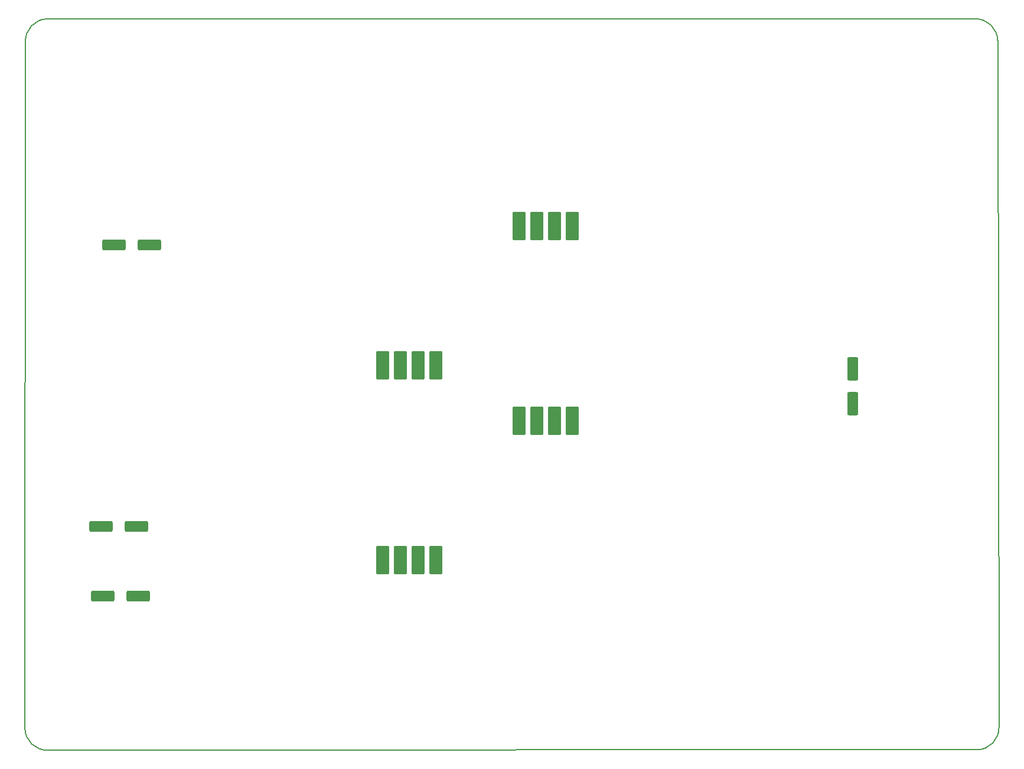
<source format=gtp>
G04 #@! TF.GenerationSoftware,KiCad,Pcbnew,6.0.1-79c1e3a40b~116~ubuntu20.04.1*
G04 #@! TF.CreationDate,2022-01-31T22:39:43+08:00*
G04 #@! TF.ProjectId,Nucleo_F446_power_can_shield,4e75636c-656f-45f4-9634-34365f706f77,rev?*
G04 #@! TF.SameCoordinates,Original*
G04 #@! TF.FileFunction,Paste,Top*
G04 #@! TF.FilePolarity,Positive*
%FSLAX46Y46*%
G04 Gerber Fmt 4.6, Leading zero omitted, Abs format (unit mm)*
G04 Created by KiCad (PCBNEW 6.0.1-79c1e3a40b~116~ubuntu20.04.1) date 2022-01-31 22:39:43*
%MOMM*%
%LPD*%
G01*
G04 APERTURE LIST*
G04 Aperture macros list*
%AMRoundRect*
0 Rectangle with rounded corners*
0 $1 Rounding radius*
0 $2 $3 $4 $5 $6 $7 $8 $9 X,Y pos of 4 corners*
0 Add a 4 corners polygon primitive as box body*
4,1,4,$2,$3,$4,$5,$6,$7,$8,$9,$2,$3,0*
0 Add four circle primitives for the rounded corners*
1,1,$1+$1,$2,$3*
1,1,$1+$1,$4,$5*
1,1,$1+$1,$6,$7*
1,1,$1+$1,$8,$9*
0 Add four rect primitives between the rounded corners*
20,1,$1+$1,$2,$3,$4,$5,0*
20,1,$1+$1,$4,$5,$6,$7,0*
20,1,$1+$1,$6,$7,$8,$9,0*
20,1,$1+$1,$8,$9,$2,$3,0*%
G04 Aperture macros list end*
G04 #@! TA.AperFunction,Profile*
%ADD10C,0.150000*%
G04 #@! TD*
%ADD11RoundRect,0.250000X-0.550000X1.412500X-0.550000X-1.412500X0.550000X-1.412500X0.550000X1.412500X0*%
%ADD12RoundRect,0.050000X0.840000X-1.950000X0.840000X1.950000X-0.840000X1.950000X-0.840000X-1.950000X0*%
%ADD13RoundRect,0.250000X1.412500X0.550000X-1.412500X0.550000X-1.412500X-0.550000X1.412500X-0.550000X0*%
%ADD14RoundRect,0.250000X-1.412500X-0.550000X1.412500X-0.550000X1.412500X0.550000X-1.412500X0.550000X0*%
%ADD15RoundRect,0.050000X-0.840000X1.950000X-0.840000X-1.950000X0.840000X-1.950000X0.840000X1.950000X0*%
G04 APERTURE END LIST*
D10*
X130176375Y-116702149D02*
G75*
G03*
X133454600Y-119877149I3176626J1D01*
G01*
X266656149Y-119823625D02*
G75*
G03*
X269831149Y-116545400I-1J3176626D01*
G01*
X266372400Y-14971000D02*
X133429000Y-14969375D01*
X269650625Y-18014852D02*
X269831149Y-116545400D01*
X133429000Y-14969375D02*
G75*
G03*
X130254000Y-18247600I1J-3176626D01*
G01*
X130176375Y-116702149D02*
X130254000Y-18247600D01*
X266656149Y-119823625D02*
X133454600Y-119877149D01*
X269650625Y-18141851D02*
G75*
G03*
X266372400Y-14966851I-3176626J-1D01*
G01*
D11*
X248872000Y-65138500D03*
X248872000Y-70213500D03*
D12*
X200993000Y-72629000D03*
X203533000Y-72629000D03*
X206073000Y-72629000D03*
X208613000Y-72629000D03*
X200993000Y-44689000D03*
X203533000Y-44689000D03*
X206073000Y-44689000D03*
X208613000Y-44689000D03*
D13*
X148031500Y-47356000D03*
X142956500Y-47356000D03*
D14*
X141305500Y-97775000D03*
X146380500Y-97775000D03*
D15*
X189055000Y-64628000D03*
X186515000Y-64628000D03*
X183975000Y-64628000D03*
X181435000Y-64628000D03*
X189055000Y-92568000D03*
X186515000Y-92568000D03*
X183975000Y-92568000D03*
X181435000Y-92568000D03*
D14*
X141051500Y-87742000D03*
X146126500Y-87742000D03*
M02*

</source>
